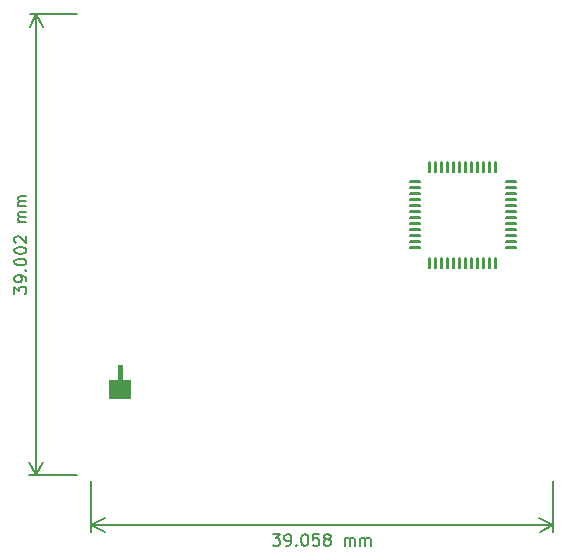
<source format=gbr>
G04 #@! TF.GenerationSoftware,KiCad,Pcbnew,5.1.7-a382d34a8~88~ubuntu18.04.1*
G04 #@! TF.CreationDate,2021-11-20T11:26:47+05:30*
G04 #@! TF.ProjectId,FrontEnd_switch_Normal_v1,46726f6e-7445-46e6-945f-737769746368,rev?*
G04 #@! TF.SameCoordinates,Original*
G04 #@! TF.FileFunction,OtherDrawing,Comment*
%FSLAX46Y46*%
G04 Gerber Fmt 4.6, Leading zero omitted, Abs format (unit mm)*
G04 Created by KiCad (PCBNEW 5.1.7-a382d34a8~88~ubuntu18.04.1) date 2021-11-20 11:26:47*
%MOMM*%
%LPD*%
G01*
G04 APERTURE LIST*
%ADD10C,0.150000*%
%ADD11C,0.010000*%
G04 APERTURE END LIST*
D10*
X111401211Y-123869265D02*
X112020259Y-123869185D01*
X111686975Y-124250181D01*
X111829832Y-124250162D01*
X111925076Y-124297769D01*
X111972702Y-124345382D01*
X112020333Y-124440614D01*
X112020364Y-124678709D01*
X111972757Y-124773953D01*
X111925145Y-124821578D01*
X111829913Y-124869210D01*
X111544198Y-124869247D01*
X111448954Y-124821640D01*
X111401329Y-124774027D01*
X112496579Y-124869123D02*
X112687055Y-124869098D01*
X112782287Y-124821467D01*
X112829900Y-124773842D01*
X112925120Y-124630972D01*
X112972714Y-124440490D01*
X112972664Y-124059537D01*
X112925033Y-123964305D01*
X112877408Y-123916693D01*
X112782163Y-123869086D01*
X112591687Y-123869111D01*
X112496455Y-123916742D01*
X112448843Y-123964367D01*
X112401236Y-124059612D01*
X112401267Y-124297707D01*
X112448898Y-124392939D01*
X112496524Y-124440552D01*
X112591768Y-124488158D01*
X112782244Y-124488133D01*
X112877476Y-124440502D01*
X112925089Y-124392877D01*
X112972695Y-124297633D01*
X113401329Y-124773767D02*
X113448954Y-124821380D01*
X113401341Y-124869005D01*
X113353716Y-124821392D01*
X113401329Y-124773767D01*
X113401341Y-124869005D01*
X114067878Y-123868919D02*
X114163116Y-123868906D01*
X114258360Y-123916513D01*
X114305985Y-123964126D01*
X114353617Y-124059358D01*
X114401261Y-124249828D01*
X114401292Y-124487923D01*
X114353697Y-124678405D01*
X114306091Y-124773650D01*
X114258478Y-124821275D01*
X114163246Y-124868906D01*
X114068008Y-124868919D01*
X113972764Y-124821312D01*
X113925138Y-124773699D01*
X113877507Y-124678467D01*
X113829863Y-124487997D01*
X113829832Y-124249902D01*
X113877426Y-124059420D01*
X113925033Y-123964175D01*
X113972646Y-123916550D01*
X114067878Y-123868919D01*
X115305973Y-123868758D02*
X114829783Y-123868820D01*
X114782225Y-124345016D01*
X114829838Y-124297391D01*
X114925070Y-124249760D01*
X115163165Y-124249729D01*
X115258410Y-124297335D01*
X115306035Y-124344948D01*
X115353666Y-124440180D01*
X115353697Y-124678275D01*
X115306091Y-124773520D01*
X115258478Y-124821145D01*
X115163246Y-124868776D01*
X114925151Y-124868807D01*
X114829906Y-124821200D01*
X114782281Y-124773588D01*
X115925076Y-124297249D02*
X115829832Y-124249642D01*
X115782207Y-124202029D01*
X115734575Y-124106797D01*
X115734569Y-124059178D01*
X115782176Y-123963934D01*
X115829789Y-123916309D01*
X115925021Y-123868677D01*
X116115497Y-123868652D01*
X116210741Y-123916259D01*
X116258366Y-123963872D01*
X116305998Y-124059104D01*
X116306004Y-124106723D01*
X116258397Y-124201967D01*
X116210784Y-124249592D01*
X116115553Y-124297224D01*
X115925076Y-124297249D01*
X115829844Y-124344880D01*
X115782232Y-124392505D01*
X115734625Y-124487749D01*
X115734650Y-124678226D01*
X115782281Y-124773458D01*
X115829906Y-124821070D01*
X115925151Y-124868677D01*
X116115627Y-124868652D01*
X116210859Y-124821021D01*
X116258472Y-124773396D01*
X116306078Y-124678151D01*
X116306053Y-124487675D01*
X116258422Y-124392443D01*
X116210797Y-124344830D01*
X116115553Y-124297224D01*
X117496579Y-124868473D02*
X117496493Y-124201806D01*
X117496505Y-124297044D02*
X117544118Y-124249419D01*
X117639350Y-124201787D01*
X117782207Y-124201769D01*
X117877451Y-124249376D01*
X117925083Y-124344607D01*
X117925151Y-124868417D01*
X117925083Y-124344607D02*
X117972689Y-124249363D01*
X118067921Y-124201732D01*
X118210778Y-124201713D01*
X118306023Y-124249320D01*
X118353654Y-124344552D01*
X118353722Y-124868361D01*
X118829913Y-124868299D02*
X118829826Y-124201633D01*
X118829838Y-124296871D02*
X118877451Y-124249245D01*
X118972683Y-124201614D01*
X119115540Y-124201595D01*
X119210784Y-124249202D01*
X119258416Y-124344434D01*
X119258484Y-124868244D01*
X119258416Y-124344434D02*
X119306023Y-124249190D01*
X119401254Y-124201558D01*
X119544112Y-124201540D01*
X119639356Y-124249146D01*
X119686987Y-124344378D01*
X119687055Y-124868188D01*
X96062800Y-123118880D02*
X135120380Y-123113800D01*
X96062313Y-119377452D02*
X96062876Y-123705301D01*
X135119893Y-119372372D02*
X135120456Y-123700221D01*
X135120380Y-123113800D02*
X133993953Y-123700367D01*
X135120380Y-123113800D02*
X133993800Y-122527526D01*
X96062800Y-123118880D02*
X97189380Y-123705154D01*
X96062800Y-123118880D02*
X97189227Y-122532313D01*
X89535221Y-103549780D02*
X89535785Y-102930732D01*
X89916434Y-103264413D01*
X89916564Y-103121556D01*
X89964270Y-103026361D01*
X90011932Y-102978785D01*
X90107214Y-102931253D01*
X90345309Y-102931470D01*
X90440504Y-102979176D01*
X90488079Y-103026839D01*
X90535611Y-103122120D01*
X90535351Y-103407834D01*
X90487645Y-103503029D01*
X90439983Y-103550605D01*
X90536219Y-102455454D02*
X90536393Y-102264978D01*
X90488861Y-102169696D01*
X90441285Y-102122034D01*
X90298515Y-102026665D01*
X90108082Y-101978873D01*
X89727130Y-101978525D01*
X89631848Y-102026058D01*
X89584186Y-102073633D01*
X89536480Y-102168828D01*
X89536306Y-102359304D01*
X89583839Y-102454585D01*
X89631414Y-102502248D01*
X89726609Y-102549954D01*
X89964704Y-102550171D01*
X90059985Y-102502639D01*
X90107648Y-102455063D01*
X90155354Y-102359868D01*
X90155527Y-102169392D01*
X90107995Y-102074111D01*
X90060420Y-102026448D01*
X89965225Y-101978742D01*
X90441806Y-101550605D02*
X90489468Y-101503030D01*
X90537044Y-101550692D01*
X90489382Y-101598268D01*
X90441806Y-101550605D01*
X90537044Y-101550692D01*
X89537652Y-100883114D02*
X89537739Y-100787876D01*
X89585445Y-100692681D01*
X89633107Y-100645106D01*
X89728389Y-100597574D01*
X89918908Y-100550128D01*
X90157004Y-100550345D01*
X90347436Y-100598138D01*
X90442631Y-100645844D01*
X90490207Y-100693506D01*
X90537739Y-100788788D01*
X90537652Y-100884026D01*
X90489946Y-100979220D01*
X90442284Y-101026796D01*
X90347002Y-101074328D01*
X90156483Y-101121774D01*
X89918387Y-101121557D01*
X89727955Y-101073764D01*
X89632760Y-101026058D01*
X89585185Y-100978396D01*
X89537652Y-100883114D01*
X89538521Y-99930734D02*
X89538608Y-99835495D01*
X89586313Y-99740301D01*
X89633976Y-99692725D01*
X89729257Y-99645193D01*
X89919777Y-99597748D01*
X90157872Y-99597965D01*
X90348305Y-99645757D01*
X90443499Y-99693463D01*
X90491075Y-99741126D01*
X90538607Y-99836407D01*
X90538520Y-99931645D01*
X90490814Y-100026840D01*
X90443152Y-100074416D01*
X90347870Y-100121948D01*
X90157351Y-100169393D01*
X89919256Y-100169176D01*
X89728823Y-100121383D01*
X89633628Y-100073677D01*
X89586053Y-100026015D01*
X89538521Y-99930734D01*
X89634410Y-99216535D02*
X89586834Y-99168873D01*
X89539302Y-99073591D01*
X89539519Y-98835496D01*
X89587225Y-98740301D01*
X89634888Y-98692726D01*
X89730169Y-98645193D01*
X89825407Y-98645280D01*
X89968221Y-98693030D01*
X90539128Y-99264979D01*
X90539693Y-98645932D01*
X90540778Y-97455456D02*
X89874112Y-97454848D01*
X89969350Y-97454935D02*
X89921774Y-97407272D01*
X89874242Y-97311991D01*
X89874372Y-97169134D01*
X89922078Y-97073939D01*
X90017359Y-97026407D01*
X90541169Y-97026885D01*
X90017359Y-97026407D02*
X89922165Y-96978701D01*
X89874633Y-96883420D01*
X89874763Y-96740563D01*
X89922469Y-96645368D01*
X90017750Y-96597836D01*
X90541559Y-96598313D01*
X90541994Y-96122123D02*
X89875327Y-96121515D01*
X89970565Y-96121602D02*
X89922990Y-96073940D01*
X89875457Y-95978658D01*
X89875588Y-95835801D01*
X89923294Y-95740606D01*
X90018575Y-95693074D01*
X90542384Y-95693552D01*
X90018575Y-95693074D02*
X89923380Y-95645368D01*
X89875848Y-95550087D01*
X89875978Y-95407230D01*
X89923684Y-95312035D01*
X90018966Y-95264503D01*
X90542775Y-95264981D01*
X91368880Y-118861840D02*
X91404440Y-79860140D01*
X94833859Y-118864999D02*
X90782460Y-118861305D01*
X94869419Y-79863299D02*
X90818020Y-79859605D01*
X91404440Y-79860140D02*
X91989833Y-80987178D01*
X91404440Y-79860140D02*
X90816992Y-80986109D01*
X91368880Y-118861840D02*
X91956328Y-117735871D01*
X91368880Y-118861840D02*
X90783487Y-117734802D01*
D11*
G36*
X99353000Y-112340000D02*
G01*
X99353000Y-110850000D01*
X98613000Y-110850000D01*
X98613000Y-109600000D01*
X98303000Y-109600000D01*
X98303000Y-110850000D01*
X97563000Y-110850000D01*
X97563000Y-112340000D01*
X99353000Y-112340000D01*
G37*
X99353000Y-112340000D02*
X99353000Y-110850000D01*
X98613000Y-110850000D01*
X98613000Y-109600000D01*
X98303000Y-109600000D01*
X98303000Y-110850000D01*
X97563000Y-110850000D01*
X97563000Y-112340000D01*
X99353000Y-112340000D01*
G36*
X99353000Y-112340000D02*
G01*
X99353000Y-110850000D01*
X98613000Y-110850000D01*
X98613000Y-109600000D01*
X98303000Y-109600000D01*
X98303000Y-110850000D01*
X97563000Y-110850000D01*
X97563000Y-112340000D01*
X99353000Y-112340000D01*
G37*
X99353000Y-112340000D02*
X99353000Y-110850000D01*
X98613000Y-110850000D01*
X98613000Y-109600000D01*
X98303000Y-109600000D01*
X98303000Y-110850000D01*
X97563000Y-110850000D01*
X97563000Y-112340000D01*
X99353000Y-112340000D01*
D10*
X131134000Y-99093700D02*
X131134000Y-99173700D01*
X131984000Y-99173700D01*
X131984000Y-99093700D01*
X131134000Y-99093700D01*
X130249000Y-92358700D02*
X130249000Y-93208700D01*
X130329000Y-93208700D01*
X130329000Y-92358700D01*
X130249000Y-92358700D01*
X129741000Y-92358700D02*
X129741000Y-93208700D01*
X129821000Y-93208700D01*
X129821000Y-92358700D01*
X129741000Y-92358700D01*
X129233000Y-92358700D02*
X129233000Y-93208700D01*
X129313000Y-93208700D01*
X129313000Y-92358700D01*
X129233000Y-92358700D01*
X128725000Y-92358700D02*
X128725000Y-93208700D01*
X128805000Y-93208700D01*
X128805000Y-92358700D01*
X128725000Y-92358700D01*
X128217000Y-92358700D02*
X128217000Y-93208700D01*
X128297000Y-93208700D01*
X128297000Y-92358700D01*
X128217000Y-92358700D01*
X127709000Y-92358700D02*
X127709000Y-93208700D01*
X127789000Y-93208700D01*
X127789000Y-92358700D01*
X127709000Y-92358700D01*
X127201000Y-92358700D02*
X127201000Y-93208700D01*
X127281000Y-93208700D01*
X127281000Y-92358700D01*
X127201000Y-92358700D01*
X126693000Y-92358700D02*
X126693000Y-93208700D01*
X126773000Y-93208700D01*
X126773000Y-92358700D01*
X126693000Y-92358700D01*
X126185000Y-92358700D02*
X126185000Y-93208700D01*
X126265000Y-93208700D01*
X126265000Y-92358700D01*
X126185000Y-92358700D01*
X125677000Y-92358700D02*
X125677000Y-93208700D01*
X125757000Y-93208700D01*
X125757000Y-92358700D01*
X125677000Y-92358700D01*
X125169000Y-92358700D02*
X125169000Y-93208700D01*
X125249000Y-93208700D01*
X125249000Y-92358700D01*
X125169000Y-92358700D01*
X124661000Y-92358700D02*
X124661000Y-93208700D01*
X124741000Y-93208700D01*
X124741000Y-92358700D01*
X124661000Y-92358700D01*
X123006000Y-94013700D02*
X123006000Y-94093700D01*
X123856000Y-94093700D01*
X123856000Y-94013700D01*
X123006000Y-94013700D01*
X123006000Y-94521700D02*
X123006000Y-94601700D01*
X123856000Y-94601700D01*
X123856000Y-94521700D01*
X123006000Y-94521700D01*
X123006000Y-95537700D02*
X123006000Y-95617700D01*
X123856000Y-95617700D01*
X123856000Y-95537700D01*
X123006000Y-95537700D01*
X123006000Y-96045700D02*
X123006000Y-96125700D01*
X123856000Y-96125700D01*
X123856000Y-96045700D01*
X123006000Y-96045700D01*
X123006000Y-96553700D02*
X123006000Y-96633700D01*
X123856000Y-96633700D01*
X123856000Y-96553700D01*
X123006000Y-96553700D01*
X123006000Y-97061700D02*
X123006000Y-97141700D01*
X123856000Y-97141700D01*
X123856000Y-97061700D01*
X123006000Y-97061700D01*
X123006000Y-97569700D02*
X123006000Y-97649700D01*
X123856000Y-97649700D01*
X123856000Y-97569700D01*
X123006000Y-97569700D01*
X123006000Y-98077700D02*
X123006000Y-98157700D01*
X123856000Y-98157700D01*
X123856000Y-98077700D01*
X123006000Y-98077700D01*
X123006000Y-98585700D02*
X123006000Y-98665700D01*
X123856000Y-98665700D01*
X123856000Y-98585700D01*
X123006000Y-98585700D01*
X123006000Y-99093700D02*
X123006000Y-99173700D01*
X123856000Y-99173700D01*
X123856000Y-99093700D01*
X123006000Y-99093700D01*
X123006000Y-99601700D02*
X123006000Y-99681700D01*
X123856000Y-99681700D01*
X123856000Y-99601700D01*
X123006000Y-99601700D01*
X125169000Y-100486700D02*
X125169000Y-101336700D01*
X125249000Y-101336700D01*
X125249000Y-100486700D01*
X125169000Y-100486700D01*
X125677000Y-100486700D02*
X125677000Y-101336700D01*
X125757000Y-101336700D01*
X125757000Y-100486700D01*
X125677000Y-100486700D01*
X126185000Y-100486700D02*
X126185000Y-101336700D01*
X126265000Y-101336700D01*
X126265000Y-100486700D01*
X126185000Y-100486700D01*
X126693000Y-100486700D02*
X126693000Y-101336700D01*
X126773000Y-101336700D01*
X126773000Y-100486700D01*
X126693000Y-100486700D01*
X127201000Y-100486700D02*
X127201000Y-101336700D01*
X127281000Y-101336700D01*
X127281000Y-100486700D01*
X127201000Y-100486700D01*
X127709000Y-100486700D02*
X127709000Y-101336700D01*
X127789000Y-101336700D01*
X127789000Y-100486700D01*
X127709000Y-100486700D01*
X128217000Y-100486700D02*
X128217000Y-101336700D01*
X128297000Y-101336700D01*
X128297000Y-100486700D01*
X128217000Y-100486700D01*
X128725000Y-100486700D02*
X128725000Y-101336700D01*
X128805000Y-101336700D01*
X128805000Y-100486700D01*
X128725000Y-100486700D01*
X129233000Y-100486700D02*
X129233000Y-101336700D01*
X129313000Y-101336700D01*
X129313000Y-100486700D01*
X129233000Y-100486700D01*
X129741000Y-100486700D02*
X129741000Y-101336700D01*
X129821000Y-101336700D01*
X129821000Y-100486700D01*
X129741000Y-100486700D01*
X130249000Y-100486700D02*
X130249000Y-101336700D01*
X130329000Y-101336700D01*
X130329000Y-100486700D01*
X130249000Y-100486700D01*
X131134000Y-99601700D02*
X131134000Y-99681700D01*
X131984000Y-99681700D01*
X131984000Y-99601700D01*
X131134000Y-99601700D01*
X131134000Y-98585700D02*
X131134000Y-98665700D01*
X131984000Y-98665700D01*
X131984000Y-98585700D01*
X131134000Y-98585700D01*
X131134000Y-98077700D02*
X131134000Y-98157700D01*
X131984000Y-98157700D01*
X131984000Y-98077700D01*
X131134000Y-98077700D01*
X131134000Y-97569700D02*
X131134000Y-97649700D01*
X131984000Y-97649700D01*
X131984000Y-97569700D01*
X131134000Y-97569700D01*
X131134000Y-97061700D02*
X131134000Y-97141700D01*
X131984000Y-97141700D01*
X131984000Y-97061700D01*
X131134000Y-97061700D01*
X131134000Y-96553700D02*
X131134000Y-96633700D01*
X131984000Y-96633700D01*
X131984000Y-96553700D01*
X131134000Y-96553700D01*
X131134000Y-96045700D02*
X131134000Y-96125700D01*
X131984000Y-96125700D01*
X131984000Y-96045700D01*
X131134000Y-96045700D01*
X131134000Y-95537700D02*
X131134000Y-95617700D01*
X131984000Y-95617700D01*
X131984000Y-95537700D01*
X131134000Y-95537700D01*
X131134000Y-95029700D02*
X131134000Y-95109700D01*
X131984000Y-95109700D01*
X131984000Y-95029700D01*
X131134000Y-95029700D01*
X131134000Y-94521700D02*
X131134000Y-94601700D01*
X131984000Y-94601700D01*
X131984000Y-94521700D01*
X131134000Y-94521700D01*
X131134000Y-94013700D02*
X131134000Y-94093700D01*
X131984000Y-94093700D01*
X131984000Y-94013700D01*
X131134000Y-94013700D01*
X124661000Y-100486700D02*
X124661000Y-101336700D01*
X124741000Y-101336700D01*
X124741000Y-100486700D01*
X124661000Y-100486700D01*
X123006000Y-95029700D02*
X123006000Y-95109700D01*
X123856000Y-95109700D01*
X123856000Y-95029700D01*
X123006000Y-95029700D01*
M02*

</source>
